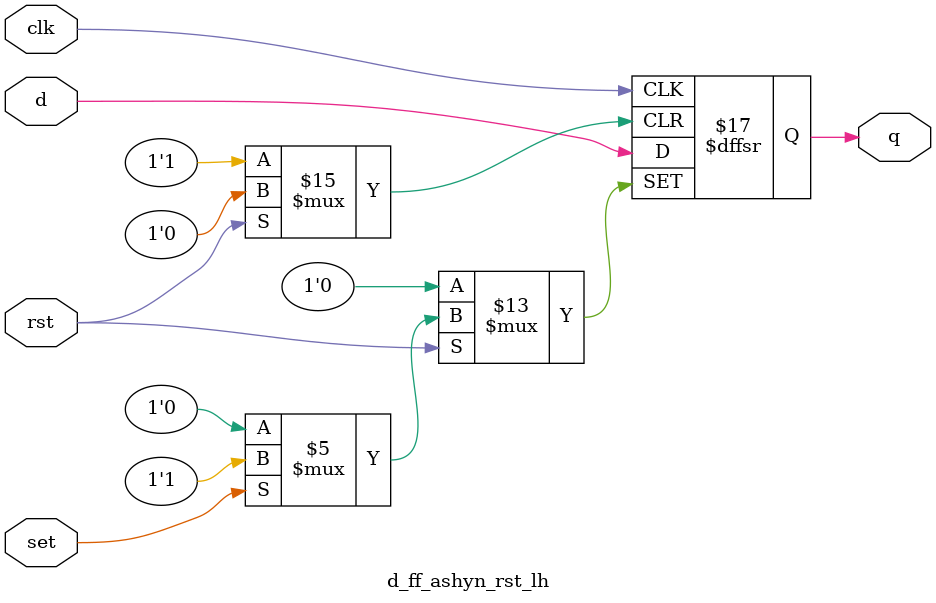
<source format=v>
module d_ff_ashyn_rst_lh(q,d,clk,rst,set);
  input d,clk,rst,set;
  output q;

  always@(posedge clk or negedge rst or posedge set)
    if(!rst)
      q<=1'b0;
  else if(set)
      q<=1'b1;
  else
      q<=d;
endmodule

</source>
